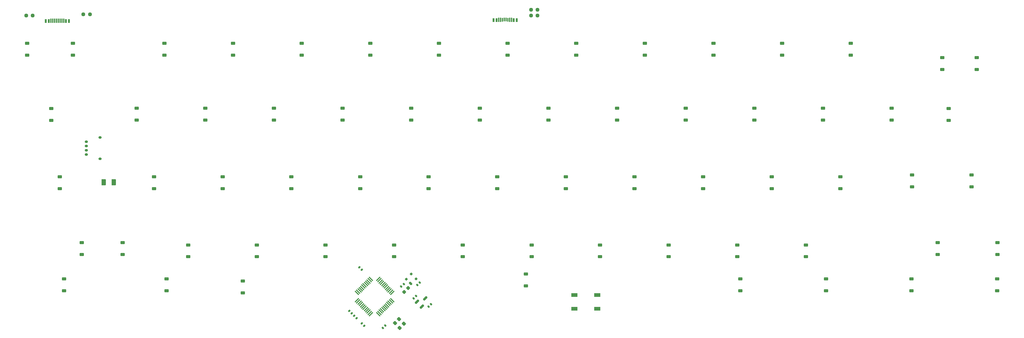
<source format=gbp>
G04 #@! TF.GenerationSoftware,KiCad,Pcbnew,8.0.4*
G04 #@! TF.CreationDate,2024-08-26T20:04:34+02:00*
G04 #@! TF.ProjectId,keyboard,6b657962-6f61-4726-942e-6b696361645f,rev?*
G04 #@! TF.SameCoordinates,Original*
G04 #@! TF.FileFunction,Paste,Bot*
G04 #@! TF.FilePolarity,Positive*
%FSLAX46Y46*%
G04 Gerber Fmt 4.6, Leading zero omitted, Abs format (unit mm)*
G04 Created by KiCad (PCBNEW 8.0.4) date 2024-08-26 20:04:34*
%MOMM*%
%LPD*%
G01*
G04 APERTURE LIST*
G04 Aperture macros list*
%AMRoundRect*
0 Rectangle with rounded corners*
0 $1 Rounding radius*
0 $2 $3 $4 $5 $6 $7 $8 $9 X,Y pos of 4 corners*
0 Add a 4 corners polygon primitive as box body*
4,1,4,$2,$3,$4,$5,$6,$7,$8,$9,$2,$3,0*
0 Add four circle primitives for the rounded corners*
1,1,$1+$1,$2,$3*
1,1,$1+$1,$4,$5*
1,1,$1+$1,$6,$7*
1,1,$1+$1,$8,$9*
0 Add four rect primitives between the rounded corners*
20,1,$1+$1,$2,$3,$4,$5,0*
20,1,$1+$1,$4,$5,$6,$7,0*
20,1,$1+$1,$6,$7,$8,$9,0*
20,1,$1+$1,$8,$9,$2,$3,0*%
G04 Aperture macros list end*
%ADD10RoundRect,0.225000X-0.375000X0.225000X-0.375000X-0.225000X0.375000X-0.225000X0.375000X0.225000X0*%
%ADD11RoundRect,0.225000X0.375000X-0.225000X0.375000X0.225000X-0.375000X0.225000X-0.375000X-0.225000X0*%
%ADD12RoundRect,0.140000X0.219203X0.021213X0.021213X0.219203X-0.219203X-0.021213X-0.021213X-0.219203X0*%
%ADD13RoundRect,0.140000X-0.219203X-0.021213X-0.021213X-0.219203X0.219203X0.021213X0.021213X0.219203X0*%
%ADD14RoundRect,0.140000X-0.021213X0.219203X-0.219203X0.021213X0.021213X-0.219203X0.219203X-0.021213X0*%
%ADD15RoundRect,0.237500X-0.344715X0.008839X0.008839X-0.344715X0.344715X-0.008839X-0.008839X0.344715X0*%
%ADD16RoundRect,0.237500X-0.250000X-0.237500X0.250000X-0.237500X0.250000X0.237500X-0.250000X0.237500X0*%
%ADD17RoundRect,0.237500X0.250000X0.237500X-0.250000X0.237500X-0.250000X-0.237500X0.250000X-0.237500X0*%
%ADD18RoundRect,0.250000X-0.375000X-0.625000X0.375000X-0.625000X0.375000X0.625000X-0.375000X0.625000X0*%
%ADD19RoundRect,0.140000X0.021213X-0.219203X0.219203X-0.021213X-0.021213X0.219203X-0.219203X0.021213X0*%
%ADD20RoundRect,0.075000X-0.415425X-0.521491X0.521491X0.415425X0.415425X0.521491X-0.521491X-0.415425X0*%
%ADD21RoundRect,0.075000X0.415425X-0.521491X0.521491X-0.415425X-0.415425X0.521491X-0.521491X0.415425X0*%
%ADD22RoundRect,0.150000X-0.275000X0.150000X-0.275000X-0.150000X0.275000X-0.150000X0.275000X0.150000X0*%
%ADD23RoundRect,0.175000X-0.225000X0.175000X-0.225000X-0.175000X0.225000X-0.175000X0.225000X0.175000X0*%
%ADD24R,1.700000X1.000000*%
%ADD25RoundRect,0.225000X0.017678X-0.335876X0.335876X-0.017678X-0.017678X0.335876X-0.335876X0.017678X0*%
%ADD26R,0.600000X1.100000*%
%ADD27R,0.300000X1.240000*%
%ADD28R,0.300000X1.020000*%
%ADD29R,0.300000X1.120000*%
%ADD30RoundRect,0.150000X-0.256326X-0.468458X0.468458X0.256326X0.256326X0.468458X-0.468458X-0.256326X0*%
%ADD31RoundRect,0.175000X0.106066X-0.353553X0.353553X-0.106066X-0.106066X0.353553X-0.353553X0.106066X0*%
%ADD32RoundRect,0.150000X-0.035355X-0.247487X0.247487X0.035355X0.035355X0.247487X-0.247487X-0.035355X0*%
G04 APERTURE END LIST*
D10*
X246150000Y-69099999D03*
X246150000Y-72399999D03*
D11*
X126350000Y-25000000D03*
X126350000Y-21700000D03*
X207300000Y-44100000D03*
X207300000Y-40800000D03*
X115000000Y-7025000D03*
X115000000Y-3725000D03*
X240600000Y-25000000D03*
X240600000Y-21700000D03*
D12*
X93553372Y-66611236D03*
X92874550Y-65932414D03*
D11*
X60500000Y-73000000D03*
X60500000Y-69700000D03*
X95950000Y-7025000D03*
X95950000Y-3725000D03*
D13*
X91450000Y-79400000D03*
X92128822Y-80078822D03*
D11*
X226400000Y-44100000D03*
X226400000Y-40800000D03*
X159700000Y-63000000D03*
X159700000Y-59700000D03*
D14*
X100039411Y-82110589D03*
X99360589Y-82789411D03*
D11*
X102500000Y-63000000D03*
X102500000Y-59700000D03*
X191200000Y-7025000D03*
X191200000Y-3725000D03*
X264200000Y-11000000D03*
X264200000Y-7699999D03*
D15*
X103900000Y-80300000D03*
X105190470Y-81590470D03*
D11*
X57850000Y-7025000D03*
X57850000Y-3725000D03*
D16*
X140512500Y5625000D03*
X142337500Y5625000D03*
D14*
X112733558Y-76180402D03*
X112054736Y-76859224D03*
D11*
X50150000Y-25000000D03*
X50150000Y-21700000D03*
D17*
X142337500Y4050000D03*
X140512500Y4050000D03*
D18*
X21900001Y-42300000D03*
X24699999Y-42300000D03*
D11*
X121600000Y-63000000D03*
X121600000Y-59700000D03*
X172150000Y-7025000D03*
X172150000Y-3725000D03*
D10*
X198600000Y-69099999D03*
X198600000Y-72399999D03*
D11*
X38800000Y-7025000D03*
X38800000Y-3725000D03*
X169200000Y-44100000D03*
X169200000Y-40800000D03*
X253400000Y-62400000D03*
X253400000Y-59100000D03*
X150200000Y-44100000D03*
X150200000Y-40800000D03*
D15*
X102754765Y-81454765D03*
X104045235Y-82745235D03*
D11*
X246300000Y-43600000D03*
X246300000Y-40300000D03*
D12*
X90724945Y-78689411D03*
X90046123Y-78010589D03*
D19*
X107960589Y-74589411D03*
X108639411Y-73910589D03*
D11*
X31100000Y-25000000D03*
X31100000Y-21700000D03*
X153100000Y-7025000D03*
X153100000Y-3725000D03*
X188300000Y-44100000D03*
X188300000Y-40800000D03*
D20*
X96104260Y-78937876D03*
X95750706Y-78584322D03*
X95397153Y-78230769D03*
X95043599Y-77877215D03*
X94690046Y-77523662D03*
X94336493Y-77170109D03*
X93982939Y-76816555D03*
X93629386Y-76463002D03*
X93275833Y-76109449D03*
X92922279Y-75755895D03*
X92568726Y-75402342D03*
X92215172Y-75048788D03*
D21*
X92215172Y-73051212D03*
X92568726Y-72697658D03*
X92922279Y-72344105D03*
X93275833Y-71990551D03*
X93629386Y-71636998D03*
X93982939Y-71283445D03*
X94336493Y-70929891D03*
X94690046Y-70576338D03*
X95043599Y-70222785D03*
X95397153Y-69869231D03*
X95750706Y-69515678D03*
X96104260Y-69162124D03*
D20*
X98101836Y-69162124D03*
X98455390Y-69515678D03*
X98808943Y-69869231D03*
X99162497Y-70222785D03*
X99516050Y-70576338D03*
X99869603Y-70929891D03*
X100223157Y-71283445D03*
X100576710Y-71636998D03*
X100930263Y-71990551D03*
X101283817Y-72344105D03*
X101637370Y-72697658D03*
X101990924Y-73051212D03*
D21*
X101990924Y-75048788D03*
X101637370Y-75402342D03*
X101283817Y-75755895D03*
X100930263Y-76109449D03*
X100576710Y-76463002D03*
X100223157Y-76816555D03*
X99869603Y-77170109D03*
X99516050Y-77523662D03*
X99162497Y-77877215D03*
X98808943Y-78230769D03*
X98455390Y-78584322D03*
X98101836Y-78937876D03*
D11*
X140700000Y-63000000D03*
X140700000Y-59700000D03*
D17*
X18087500Y4375000D03*
X16262500Y4375000D03*
D11*
X54950000Y-44100000D03*
X54950000Y-40800000D03*
D10*
X139100000Y-67800000D03*
X139100000Y-71100000D03*
D19*
X104510589Y-71239411D03*
X105189411Y-70560589D03*
D17*
X2212500Y3975000D03*
X387500Y3975000D03*
D11*
X13400000Y-7000000D03*
X13400000Y-3700000D03*
D22*
X17125000Y-31000000D03*
X17125000Y-32200000D03*
X17125000Y-33400000D03*
X17125000Y-34600000D03*
D23*
X20900000Y-29850000D03*
X20900000Y-35750000D03*
D11*
X93100000Y-44100000D03*
X93100000Y-40800000D03*
D10*
X269900000Y-69099999D03*
X269900000Y-72399999D03*
X39370000Y-69099999D03*
X39370000Y-72399999D03*
D11*
X9700000Y-44100000D03*
X9700000Y-40800000D03*
X45400000Y-63000000D03*
X45400000Y-59700000D03*
X262800000Y-43600000D03*
X262800000Y-40300000D03*
X74000000Y-44100000D03*
X74000000Y-40800000D03*
D24*
X158899999Y-73600000D03*
X152600001Y-73600000D03*
X158899999Y-77400000D03*
X152600001Y-77400000D03*
D11*
X221600000Y-25000000D03*
X221600000Y-21700000D03*
D13*
X93535589Y-81485589D03*
X94214411Y-82164411D03*
D10*
X222400000Y-69099999D03*
X222400000Y-72399999D03*
D11*
X69200000Y-25000000D03*
X69200000Y-21700000D03*
X183500000Y-25000000D03*
X183500000Y-21700000D03*
X35900000Y-44100000D03*
X35900000Y-40800000D03*
D25*
X105300000Y-72750000D03*
X106396016Y-71653984D03*
D11*
X83500000Y-63000000D03*
X83500000Y-59700000D03*
D14*
X109600000Y-70150000D03*
X108921178Y-70828822D03*
D11*
X216850000Y-63000000D03*
X216850000Y-59700000D03*
X197800000Y-63000000D03*
X197800000Y-59700000D03*
X107300000Y-25000000D03*
X107300000Y-21700000D03*
D26*
X130150000Y2725000D03*
X130950000Y2725000D03*
D27*
X132100000Y2800000D03*
D28*
X133100000Y2910000D03*
X133600000Y2910000D03*
D27*
X134600000Y2800000D03*
D26*
X135750000Y2725000D03*
X136550000Y2725000D03*
X136550000Y2725000D03*
X135750000Y2725000D03*
D27*
X135100000Y2800000D03*
D29*
X134100000Y2860000D03*
X132600000Y2860000D03*
D27*
X131600000Y2800000D03*
D26*
X130950000Y2725000D03*
X130150000Y2725000D03*
D30*
X110205652Y-76869830D03*
X108862150Y-75526328D03*
X111142569Y-74589411D03*
D11*
X27200000Y-62400000D03*
X27200000Y-59100000D03*
X15800000Y-62400000D03*
X15800000Y-59100000D03*
D26*
X5850000Y2525000D03*
X6650000Y2525000D03*
D27*
X7800000Y2600000D03*
X8800000Y2600000D03*
X9300000Y2600000D03*
X10300000Y2600000D03*
D26*
X11450000Y2525000D03*
X12250000Y2525000D03*
X12250000Y2525000D03*
X11450000Y2525000D03*
D27*
X10800000Y2600000D03*
X9800000Y2600000D03*
X8300000Y2600000D03*
X7300000Y2600000D03*
D26*
X6650000Y2525000D03*
X5850000Y2525000D03*
D11*
X7350000Y-25075000D03*
X7350000Y-21775000D03*
X700000Y-7025000D03*
X700000Y-3725000D03*
X270000000Y-62400000D03*
X270000000Y-59100000D03*
D10*
X10920000Y-69099999D03*
X10920000Y-72399999D03*
D11*
X64450000Y-63000000D03*
X64450000Y-59700000D03*
X202550000Y-25000000D03*
X202550000Y-21700000D03*
X164450000Y-25000000D03*
X164450000Y-21700000D03*
X178750000Y-63000000D03*
X178750000Y-59700000D03*
X256450000Y-25100000D03*
X256450000Y-21800000D03*
X88250000Y-25000000D03*
X88250000Y-21700000D03*
X229300000Y-7025000D03*
X229300000Y-3725000D03*
X145400000Y-25000000D03*
X145400000Y-21700000D03*
X76900000Y-7025000D03*
X76900000Y-3725000D03*
D31*
X107073223Y-70437437D03*
D32*
X105871142Y-69235355D03*
X107285355Y-67821142D03*
X108628858Y-69164645D03*
D11*
X134050000Y-7025000D03*
X134050000Y-3725000D03*
X131100000Y-44100000D03*
X131100000Y-40800000D03*
X210250000Y-7025000D03*
X210250000Y-3725000D03*
X254700000Y-11000000D03*
X254700000Y-7700000D03*
X112100000Y-44100000D03*
X112100000Y-40800000D03*
M02*

</source>
